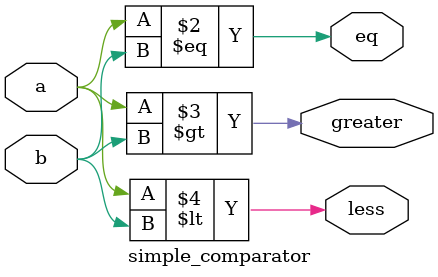
<source format=v>
module simple_comparator (
  input a,
  input b,
  output reg eq,
  output reg greater,
  output reg less
);

  always @(*) begin
    eq = (a == b);
    greater = (a > b);
    less = (a < b);
  end

endmodule

</source>
